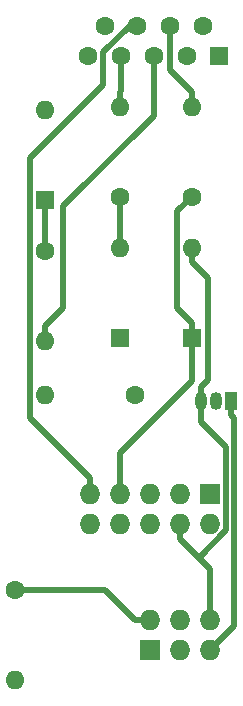
<source format=gbr>
G04 #@! TF.GenerationSoftware,KiCad,Pcbnew,5.1.4-3.fc30*
G04 #@! TF.CreationDate,2019-10-13T14:01:56+02:00*
G04 #@! TF.ProjectId,dasa-3,64617361-2d33-42e6-9b69-6361645f7063,1.0*
G04 #@! TF.SameCoordinates,PX6f2f610PY6a57250*
G04 #@! TF.FileFunction,Copper,L1,Top*
G04 #@! TF.FilePolarity,Positive*
%FSLAX46Y46*%
G04 Gerber Fmt 4.6, Leading zero omitted, Abs format (unit mm)*
G04 Created by KiCad (PCBNEW 5.1.4-3.fc30) date 2019-10-13 14:01:56*
%MOMM*%
%LPD*%
G04 APERTURE LIST*
%ADD10C,1.600000*%
%ADD11R,1.600000X1.600000*%
%ADD12O,1.600000X1.600000*%
%ADD13R,1.727200X1.727200*%
%ADD14O,1.727200X1.727200*%
%ADD15O,1.050000X1.500000*%
%ADD16R,1.050000X1.500000*%
%ADD17C,0.500000*%
G04 APERTURE END LIST*
D10*
X11387000Y57912000D03*
X14157000Y57912000D03*
X16927000Y57912000D03*
X19697000Y57912000D03*
X10002000Y55372000D03*
X12772000Y55372000D03*
X15542000Y55372000D03*
X18312000Y55372000D03*
D11*
X21082000Y55372000D03*
D12*
X6350000Y50800000D03*
D11*
X6350000Y43180000D03*
X18796000Y31496000D03*
D12*
X18796000Y39116000D03*
D11*
X12700000Y31496000D03*
D12*
X12700000Y39116000D03*
D13*
X20320000Y18288000D03*
D14*
X20320000Y15748000D03*
X17780000Y18288000D03*
X17780000Y15748000D03*
X15240000Y18288000D03*
X15240000Y15748000D03*
X12700000Y18288000D03*
X12700000Y15748000D03*
X10160000Y18288000D03*
X10160000Y15748000D03*
D13*
X15240000Y5080000D03*
D14*
X15240000Y7620000D03*
X17780000Y5080000D03*
X17780000Y7620000D03*
X20320000Y5080000D03*
X20320000Y7620000D03*
D15*
X20828000Y26162000D03*
X19558000Y26162000D03*
D16*
X22098000Y26162000D03*
D10*
X6350000Y38862000D03*
D12*
X6350000Y31242000D03*
X18796000Y51054000D03*
D10*
X18796000Y43434000D03*
D12*
X12700000Y51054000D03*
D10*
X12700000Y43434000D03*
X13970000Y26670000D03*
D12*
X6350000Y26670000D03*
D10*
X3810000Y10160000D03*
D12*
X3810000Y2540000D03*
D17*
X18796000Y39116000D02*
X18796000Y37865700D01*
X19558000Y26162000D02*
X19558000Y27362300D01*
X19558000Y27362300D02*
X20110800Y27915100D01*
X20110800Y27915100D02*
X20110800Y36550900D01*
X20110800Y36550900D02*
X18796000Y37865700D01*
X19327800Y12886300D02*
X21633900Y15192400D01*
X21633900Y15192400D02*
X21633900Y22266400D01*
X21633900Y22266400D02*
X19558000Y24342300D01*
X19558000Y24342300D02*
X19558000Y26162000D01*
X19327800Y12886300D02*
X17780000Y14434100D01*
X20320000Y8758800D02*
X20320000Y11894100D01*
X20320000Y11894100D02*
X19327800Y12886300D01*
X17780000Y15748000D02*
X17780000Y14434100D01*
X20320000Y7620000D02*
X20320000Y8758800D01*
X6350000Y38862000D02*
X6350000Y43180000D01*
X18796000Y31496000D02*
X18796000Y32746300D01*
X18796000Y32746300D02*
X17545700Y33996600D01*
X17545700Y33996600D02*
X17545700Y42183700D01*
X17545700Y42183700D02*
X18796000Y43434000D01*
X12700000Y18288000D02*
X12700000Y21699900D01*
X12700000Y21699900D02*
X18796000Y27795900D01*
X18796000Y27795900D02*
X18796000Y31496000D01*
X12700000Y43434000D02*
X12700000Y39116000D01*
X6350000Y32492300D02*
X7890500Y34032800D01*
X7890500Y34032800D02*
X7890500Y42655500D01*
X7890500Y42655500D02*
X15542000Y50307000D01*
X15542000Y50307000D02*
X15542000Y55372000D01*
X6350000Y31242000D02*
X6350000Y32492300D01*
X12700000Y51054000D02*
X12700000Y52304300D01*
X12700000Y52304300D02*
X12772000Y52376300D01*
X12772000Y52376300D02*
X12772000Y55372000D01*
X18796000Y51054000D02*
X18796000Y52304300D01*
X18796000Y52304300D02*
X16927000Y54173300D01*
X16927000Y54173300D02*
X16927000Y57912000D01*
X10160000Y18288000D02*
X10160000Y19601900D01*
X10160000Y19601900D02*
X5099600Y24662300D01*
X5099600Y24662300D02*
X5099600Y46737800D01*
X5099600Y46737800D02*
X11252400Y52890600D01*
X11252400Y52890600D02*
X11252400Y55660700D01*
X11252400Y55660700D02*
X13503700Y57912000D01*
X13503700Y57912000D02*
X14157000Y57912000D01*
X15240000Y7620000D02*
X13926100Y7620000D01*
X3810000Y10160000D02*
X11386100Y10160000D01*
X11386100Y10160000D02*
X13926100Y7620000D01*
X22098000Y26162000D02*
X22098000Y24961700D01*
X20320000Y5080000D02*
X22342500Y7102500D01*
X22342500Y7102500D02*
X22342500Y24717200D01*
X22342500Y24717200D02*
X22098000Y24961700D01*
M02*

</source>
